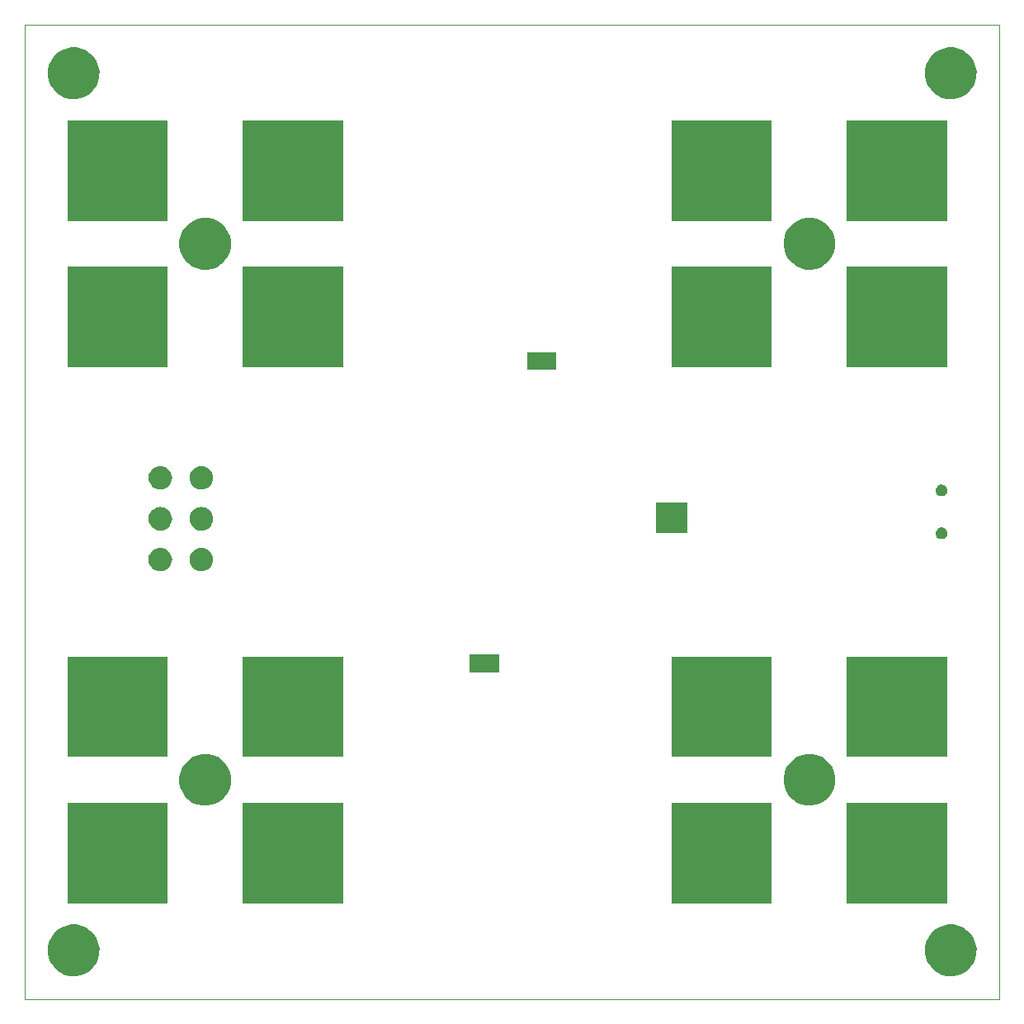
<source format=gbs>
G04 (created by PCBNEW (2013-mar-13)-testing) date Sun 16 Jun 2013 07:41:46 AM ICT*
%MOIN*%
G04 Gerber Fmt 3.4, Leading zero omitted, Abs format*
%FSLAX34Y34*%
G01*
G70*
G90*
G04 APERTURE LIST*
%ADD10C,0.00393701*%
G04 APERTURE END LIST*
G54D10*
X38779Y-61023D02*
X78149Y-61023D01*
X78149Y-61023D02*
X78149Y-21653D01*
X78149Y-21653D02*
X38779Y-21653D01*
X38779Y-21653D02*
X38779Y-61023D01*
G36*
X41792Y-23521D02*
X41789Y-23752D01*
X41743Y-23954D01*
X41661Y-24139D01*
X41541Y-24308D01*
X41395Y-24448D01*
X41219Y-24559D01*
X41031Y-24632D01*
X40827Y-24668D01*
X40625Y-24664D01*
X40422Y-24619D01*
X40237Y-24538D01*
X40066Y-24420D01*
X39926Y-24275D01*
X39813Y-24100D01*
X39739Y-23912D01*
X39702Y-23708D01*
X39704Y-23506D01*
X39748Y-23303D01*
X39827Y-23117D01*
X39945Y-22946D01*
X40089Y-22805D01*
X40263Y-22691D01*
X40450Y-22615D01*
X40654Y-22576D01*
X40855Y-22578D01*
X41060Y-22620D01*
X41245Y-22697D01*
X41418Y-22814D01*
X41560Y-22957D01*
X41675Y-23131D01*
X41752Y-23316D01*
X41792Y-23521D01*
X41792Y-23521D01*
G37*
G36*
X41792Y-58954D02*
X41789Y-59185D01*
X41743Y-59387D01*
X41661Y-59572D01*
X41541Y-59741D01*
X41395Y-59881D01*
X41219Y-59992D01*
X41031Y-60065D01*
X40827Y-60101D01*
X40625Y-60097D01*
X40422Y-60052D01*
X40237Y-59971D01*
X40066Y-59853D01*
X39926Y-59708D01*
X39813Y-59533D01*
X39739Y-59345D01*
X39702Y-59141D01*
X39704Y-58939D01*
X39748Y-58736D01*
X39827Y-58551D01*
X39945Y-58379D01*
X40089Y-58238D01*
X40263Y-58124D01*
X40450Y-58048D01*
X40654Y-58009D01*
X40855Y-58011D01*
X41060Y-58053D01*
X41245Y-58131D01*
X41418Y-58247D01*
X41560Y-58390D01*
X41675Y-58564D01*
X41752Y-58749D01*
X41792Y-58954D01*
X41792Y-58954D01*
G37*
G36*
X44547Y-29586D02*
X40491Y-29586D01*
X40491Y-25531D01*
X44547Y-25531D01*
X44547Y-29586D01*
X44547Y-29586D01*
G37*
G36*
X44547Y-35492D02*
X40491Y-35492D01*
X40491Y-31436D01*
X44547Y-31436D01*
X44547Y-35492D01*
X44547Y-35492D01*
G37*
G36*
X44547Y-51240D02*
X40491Y-51240D01*
X40491Y-47184D01*
X44547Y-47184D01*
X44547Y-51240D01*
X44547Y-51240D01*
G37*
G36*
X44547Y-57146D02*
X40491Y-57146D01*
X40491Y-53090D01*
X44547Y-53090D01*
X44547Y-57146D01*
X44547Y-57146D01*
G37*
G36*
X44726Y-39962D02*
X44726Y-39966D01*
X44725Y-39969D01*
X44725Y-39970D01*
X44715Y-40061D01*
X44715Y-40061D01*
X44715Y-40062D01*
X44687Y-40149D01*
X44642Y-40230D01*
X44583Y-40301D01*
X44511Y-40359D01*
X44430Y-40402D01*
X44341Y-40428D01*
X44249Y-40436D01*
X44157Y-40426D01*
X44069Y-40399D01*
X43988Y-40355D01*
X43917Y-40296D01*
X43858Y-40225D01*
X43815Y-40143D01*
X43788Y-40055D01*
X43779Y-39959D01*
X43779Y-39955D01*
X43779Y-39952D01*
X43779Y-39952D01*
X43790Y-39860D01*
X43790Y-39860D01*
X43790Y-39860D01*
X43817Y-39772D01*
X43862Y-39691D01*
X43921Y-39620D01*
X43993Y-39562D01*
X44075Y-39520D01*
X44164Y-39494D01*
X44255Y-39485D01*
X44347Y-39495D01*
X44435Y-39522D01*
X44517Y-39566D01*
X44588Y-39625D01*
X44646Y-39697D01*
X44690Y-39778D01*
X44716Y-39866D01*
X44726Y-39962D01*
X44726Y-39962D01*
G37*
G36*
X44726Y-41615D02*
X44726Y-41619D01*
X44725Y-41622D01*
X44725Y-41623D01*
X44715Y-41714D01*
X44715Y-41714D01*
X44715Y-41715D01*
X44687Y-41802D01*
X44642Y-41883D01*
X44583Y-41954D01*
X44511Y-42012D01*
X44430Y-42055D01*
X44341Y-42081D01*
X44249Y-42089D01*
X44157Y-42079D01*
X44069Y-42052D01*
X43988Y-42008D01*
X43917Y-41949D01*
X43858Y-41878D01*
X43815Y-41796D01*
X43788Y-41708D01*
X43779Y-41612D01*
X43779Y-41608D01*
X43779Y-41605D01*
X43779Y-41605D01*
X43790Y-41513D01*
X43790Y-41513D01*
X43790Y-41513D01*
X43817Y-41425D01*
X43862Y-41344D01*
X43921Y-41273D01*
X43993Y-41215D01*
X44075Y-41173D01*
X44164Y-41147D01*
X44255Y-41138D01*
X44347Y-41148D01*
X44435Y-41175D01*
X44517Y-41219D01*
X44588Y-41278D01*
X44646Y-41350D01*
X44690Y-41431D01*
X44716Y-41519D01*
X44726Y-41615D01*
X44726Y-41615D01*
G37*
G36*
X44726Y-43268D02*
X44726Y-43272D01*
X44725Y-43275D01*
X44725Y-43276D01*
X44715Y-43367D01*
X44715Y-43367D01*
X44715Y-43368D01*
X44687Y-43455D01*
X44642Y-43536D01*
X44583Y-43607D01*
X44511Y-43665D01*
X44430Y-43708D01*
X44341Y-43734D01*
X44249Y-43742D01*
X44157Y-43732D01*
X44069Y-43705D01*
X43988Y-43661D01*
X43917Y-43602D01*
X43858Y-43531D01*
X43815Y-43449D01*
X43788Y-43361D01*
X43779Y-43265D01*
X43779Y-43261D01*
X43779Y-43258D01*
X43779Y-43258D01*
X43790Y-43166D01*
X43790Y-43166D01*
X43790Y-43166D01*
X43817Y-43078D01*
X43862Y-42997D01*
X43921Y-42926D01*
X43993Y-42868D01*
X44075Y-42826D01*
X44164Y-42800D01*
X44255Y-42791D01*
X44347Y-42801D01*
X44435Y-42828D01*
X44517Y-42872D01*
X44588Y-42931D01*
X44646Y-43003D01*
X44690Y-43084D01*
X44716Y-43172D01*
X44726Y-43268D01*
X44726Y-43268D01*
G37*
G36*
X46378Y-39962D02*
X46378Y-39966D01*
X46377Y-39969D01*
X46377Y-39970D01*
X46367Y-40061D01*
X46367Y-40061D01*
X46367Y-40062D01*
X46339Y-40149D01*
X46294Y-40230D01*
X46235Y-40301D01*
X46163Y-40359D01*
X46082Y-40402D01*
X45993Y-40428D01*
X45901Y-40436D01*
X45809Y-40426D01*
X45721Y-40399D01*
X45640Y-40355D01*
X45569Y-40296D01*
X45510Y-40225D01*
X45467Y-40143D01*
X45440Y-40055D01*
X45431Y-39959D01*
X45431Y-39955D01*
X45431Y-39952D01*
X45431Y-39952D01*
X45442Y-39860D01*
X45442Y-39860D01*
X45442Y-39860D01*
X45469Y-39772D01*
X45514Y-39691D01*
X45573Y-39620D01*
X45645Y-39562D01*
X45727Y-39520D01*
X45816Y-39494D01*
X45907Y-39485D01*
X45999Y-39495D01*
X46087Y-39522D01*
X46169Y-39566D01*
X46240Y-39625D01*
X46298Y-39697D01*
X46342Y-39778D01*
X46368Y-39866D01*
X46378Y-39962D01*
X46378Y-39962D01*
G37*
G36*
X46378Y-41615D02*
X46378Y-41619D01*
X46377Y-41622D01*
X46377Y-41623D01*
X46367Y-41714D01*
X46367Y-41714D01*
X46367Y-41715D01*
X46339Y-41802D01*
X46294Y-41883D01*
X46235Y-41954D01*
X46163Y-42012D01*
X46082Y-42055D01*
X45993Y-42081D01*
X45901Y-42089D01*
X45809Y-42079D01*
X45721Y-42052D01*
X45640Y-42008D01*
X45569Y-41949D01*
X45510Y-41878D01*
X45467Y-41796D01*
X45440Y-41708D01*
X45431Y-41612D01*
X45431Y-41608D01*
X45431Y-41605D01*
X45431Y-41605D01*
X45442Y-41513D01*
X45442Y-41513D01*
X45442Y-41513D01*
X45469Y-41425D01*
X45514Y-41344D01*
X45573Y-41273D01*
X45645Y-41215D01*
X45727Y-41173D01*
X45816Y-41147D01*
X45907Y-41138D01*
X45999Y-41148D01*
X46087Y-41175D01*
X46169Y-41219D01*
X46240Y-41278D01*
X46298Y-41350D01*
X46342Y-41431D01*
X46368Y-41519D01*
X46378Y-41615D01*
X46378Y-41615D01*
G37*
G36*
X46378Y-43268D02*
X46378Y-43272D01*
X46377Y-43275D01*
X46377Y-43276D01*
X46367Y-43367D01*
X46367Y-43367D01*
X46367Y-43368D01*
X46339Y-43455D01*
X46294Y-43536D01*
X46235Y-43607D01*
X46163Y-43665D01*
X46082Y-43708D01*
X45993Y-43734D01*
X45901Y-43742D01*
X45809Y-43732D01*
X45721Y-43705D01*
X45640Y-43661D01*
X45569Y-43602D01*
X45510Y-43531D01*
X45467Y-43449D01*
X45440Y-43361D01*
X45431Y-43265D01*
X45431Y-43261D01*
X45431Y-43258D01*
X45431Y-43258D01*
X45442Y-43166D01*
X45442Y-43166D01*
X45442Y-43166D01*
X45469Y-43078D01*
X45514Y-42997D01*
X45573Y-42926D01*
X45645Y-42868D01*
X45727Y-42826D01*
X45816Y-42800D01*
X45907Y-42791D01*
X45999Y-42801D01*
X46087Y-42828D01*
X46169Y-42872D01*
X46240Y-42931D01*
X46298Y-43003D01*
X46342Y-43084D01*
X46368Y-43172D01*
X46378Y-43268D01*
X46378Y-43268D01*
G37*
G36*
X47107Y-30410D02*
X47104Y-30641D01*
X47058Y-30844D01*
X46976Y-31028D01*
X46856Y-31198D01*
X46710Y-31337D01*
X46534Y-31449D01*
X46346Y-31522D01*
X46141Y-31558D01*
X45940Y-31554D01*
X45737Y-31509D01*
X45552Y-31428D01*
X45381Y-31309D01*
X45241Y-31164D01*
X45128Y-30990D01*
X45054Y-30802D01*
X45017Y-30597D01*
X45019Y-30396D01*
X45063Y-30192D01*
X45142Y-30007D01*
X45260Y-29835D01*
X45404Y-29695D01*
X45578Y-29580D01*
X45764Y-29505D01*
X45969Y-29466D01*
X46170Y-29467D01*
X46375Y-29509D01*
X46560Y-29587D01*
X46733Y-29704D01*
X46875Y-29847D01*
X46990Y-30020D01*
X47067Y-30206D01*
X47107Y-30410D01*
X47107Y-30410D01*
G37*
G36*
X47107Y-52064D02*
X47104Y-52295D01*
X47058Y-52497D01*
X46976Y-52682D01*
X46856Y-52852D01*
X46710Y-52991D01*
X46534Y-53102D01*
X46346Y-53175D01*
X46141Y-53211D01*
X45940Y-53207D01*
X45737Y-53162D01*
X45552Y-53082D01*
X45381Y-52963D01*
X45241Y-52818D01*
X45128Y-52643D01*
X45054Y-52456D01*
X45017Y-52251D01*
X45019Y-52050D01*
X45063Y-51846D01*
X45142Y-51661D01*
X45260Y-51489D01*
X45404Y-51348D01*
X45578Y-51234D01*
X45764Y-51159D01*
X45969Y-51120D01*
X46170Y-51121D01*
X46375Y-51163D01*
X46560Y-51241D01*
X46733Y-51357D01*
X46875Y-51500D01*
X46990Y-51674D01*
X47067Y-51860D01*
X47107Y-52064D01*
X47107Y-52064D01*
G37*
G36*
X51634Y-29586D02*
X47578Y-29586D01*
X47578Y-25531D01*
X51634Y-25531D01*
X51634Y-29586D01*
X51634Y-29586D01*
G37*
G36*
X51634Y-35492D02*
X47578Y-35492D01*
X47578Y-31436D01*
X51634Y-31436D01*
X51634Y-35492D01*
X51634Y-35492D01*
G37*
G36*
X51634Y-51240D02*
X47578Y-51240D01*
X47578Y-47184D01*
X51634Y-47184D01*
X51634Y-51240D01*
X51634Y-51240D01*
G37*
G36*
X51634Y-57146D02*
X47578Y-57146D01*
X47578Y-53090D01*
X51634Y-53090D01*
X51634Y-57146D01*
X51634Y-57146D01*
G37*
G36*
X57933Y-47835D02*
X56751Y-47835D01*
X56751Y-47105D01*
X57933Y-47105D01*
X57933Y-47835D01*
X57933Y-47835D01*
G37*
G36*
X60256Y-35610D02*
X59074Y-35610D01*
X59074Y-34881D01*
X60256Y-34881D01*
X60256Y-35610D01*
X60256Y-35610D01*
G37*
G36*
X65551Y-42205D02*
X64570Y-42205D01*
X64563Y-42205D01*
X64290Y-42205D01*
X64290Y-40964D01*
X65551Y-40964D01*
X65551Y-42205D01*
X65551Y-42205D01*
G37*
G36*
X68957Y-29586D02*
X64901Y-29586D01*
X64901Y-25531D01*
X68957Y-25531D01*
X68957Y-29586D01*
X68957Y-29586D01*
G37*
G36*
X68957Y-35492D02*
X64901Y-35492D01*
X64901Y-31436D01*
X68957Y-31436D01*
X68957Y-35492D01*
X68957Y-35492D01*
G37*
G36*
X68957Y-51240D02*
X64901Y-51240D01*
X64901Y-47184D01*
X68957Y-47184D01*
X68957Y-51240D01*
X68957Y-51240D01*
G37*
G36*
X68957Y-57146D02*
X64901Y-57146D01*
X64901Y-53090D01*
X68957Y-53090D01*
X68957Y-57146D01*
X68957Y-57146D01*
G37*
G36*
X71517Y-30410D02*
X71513Y-30641D01*
X71467Y-30844D01*
X71385Y-31028D01*
X71265Y-31198D01*
X71119Y-31337D01*
X70944Y-31449D01*
X70756Y-31522D01*
X70551Y-31558D01*
X70349Y-31554D01*
X70146Y-31509D01*
X69961Y-31428D01*
X69791Y-31309D01*
X69650Y-31164D01*
X69538Y-30990D01*
X69464Y-30802D01*
X69426Y-30597D01*
X69429Y-30396D01*
X69472Y-30192D01*
X69551Y-30007D01*
X69669Y-29835D01*
X69813Y-29695D01*
X69987Y-29580D01*
X70174Y-29505D01*
X70379Y-29466D01*
X70580Y-29467D01*
X70784Y-29509D01*
X70969Y-29587D01*
X71142Y-29704D01*
X71284Y-29847D01*
X71399Y-30020D01*
X71476Y-30206D01*
X71517Y-30410D01*
X71517Y-30410D01*
G37*
G36*
X71517Y-52064D02*
X71513Y-52295D01*
X71467Y-52497D01*
X71385Y-52682D01*
X71265Y-52852D01*
X71119Y-52991D01*
X70944Y-53102D01*
X70756Y-53175D01*
X70551Y-53211D01*
X70349Y-53207D01*
X70146Y-53162D01*
X69961Y-53082D01*
X69791Y-52963D01*
X69650Y-52818D01*
X69538Y-52643D01*
X69464Y-52456D01*
X69426Y-52251D01*
X69429Y-52050D01*
X69472Y-51846D01*
X69551Y-51661D01*
X69669Y-51489D01*
X69813Y-51348D01*
X69987Y-51234D01*
X70174Y-51159D01*
X70379Y-51120D01*
X70580Y-51121D01*
X70784Y-51163D01*
X70969Y-51241D01*
X71142Y-51357D01*
X71284Y-51500D01*
X71399Y-51674D01*
X71476Y-51860D01*
X71517Y-52064D01*
X71517Y-52064D01*
G37*
G36*
X76043Y-29586D02*
X71987Y-29586D01*
X71987Y-25531D01*
X76043Y-25531D01*
X76043Y-29586D01*
X76043Y-29586D01*
G37*
G36*
X76043Y-35492D02*
X71987Y-35492D01*
X71987Y-31436D01*
X76043Y-31436D01*
X76043Y-35492D01*
X76043Y-35492D01*
G37*
G36*
X76043Y-51240D02*
X71987Y-51240D01*
X71987Y-47184D01*
X76043Y-47184D01*
X76043Y-51240D01*
X76043Y-51240D01*
G37*
G36*
X76043Y-57146D02*
X71987Y-57146D01*
X71987Y-53090D01*
X76043Y-53090D01*
X76043Y-57146D01*
X76043Y-57146D01*
G37*
G36*
X76045Y-40450D02*
X76044Y-40501D01*
X76033Y-40549D01*
X76015Y-40589D01*
X75987Y-40629D01*
X75955Y-40659D01*
X75913Y-40685D01*
X75873Y-40701D01*
X75824Y-40710D01*
X75781Y-40709D01*
X75732Y-40698D01*
X75692Y-40681D01*
X75652Y-40653D01*
X75622Y-40621D01*
X75595Y-40580D01*
X75579Y-40539D01*
X75570Y-40490D01*
X75570Y-40447D01*
X75581Y-40398D01*
X75598Y-40359D01*
X75626Y-40318D01*
X75657Y-40287D01*
X75698Y-40260D01*
X75738Y-40244D01*
X75787Y-40235D01*
X75830Y-40235D01*
X75880Y-40245D01*
X75919Y-40262D01*
X75961Y-40290D01*
X75991Y-40320D01*
X76019Y-40362D01*
X76035Y-40401D01*
X76045Y-40450D01*
X76045Y-40450D01*
G37*
G36*
X76045Y-42182D02*
X76044Y-42233D01*
X76033Y-42281D01*
X76015Y-42321D01*
X75987Y-42361D01*
X75955Y-42391D01*
X75913Y-42417D01*
X75873Y-42433D01*
X75824Y-42442D01*
X75781Y-42441D01*
X75732Y-42430D01*
X75692Y-42413D01*
X75652Y-42385D01*
X75622Y-42353D01*
X75595Y-42312D01*
X75579Y-42271D01*
X75570Y-42222D01*
X75570Y-42179D01*
X75581Y-42130D01*
X75598Y-42091D01*
X75626Y-42050D01*
X75657Y-42019D01*
X75698Y-41992D01*
X75738Y-41976D01*
X75787Y-41967D01*
X75830Y-41967D01*
X75880Y-41977D01*
X75919Y-41994D01*
X75961Y-42022D01*
X75991Y-42052D01*
X76019Y-42094D01*
X76035Y-42133D01*
X76045Y-42182D01*
X76045Y-42182D01*
G37*
G36*
X77225Y-23521D02*
X77222Y-23752D01*
X77176Y-23954D01*
X77094Y-24139D01*
X76974Y-24308D01*
X76828Y-24448D01*
X76652Y-24559D01*
X76464Y-24632D01*
X76260Y-24668D01*
X76058Y-24664D01*
X75855Y-24619D01*
X75670Y-24538D01*
X75499Y-24420D01*
X75359Y-24275D01*
X75246Y-24100D01*
X75172Y-23912D01*
X75135Y-23708D01*
X75137Y-23506D01*
X75181Y-23303D01*
X75260Y-23117D01*
X75378Y-22946D01*
X75522Y-22805D01*
X75696Y-22691D01*
X75883Y-22615D01*
X76087Y-22576D01*
X76289Y-22578D01*
X76493Y-22620D01*
X76678Y-22697D01*
X76851Y-22814D01*
X76993Y-22957D01*
X77108Y-23131D01*
X77185Y-23316D01*
X77225Y-23521D01*
X77225Y-23521D01*
G37*
G36*
X77225Y-58954D02*
X77222Y-59185D01*
X77176Y-59387D01*
X77094Y-59572D01*
X76974Y-59741D01*
X76828Y-59881D01*
X76652Y-59992D01*
X76464Y-60065D01*
X76260Y-60101D01*
X76058Y-60097D01*
X75855Y-60052D01*
X75670Y-59971D01*
X75499Y-59853D01*
X75359Y-59708D01*
X75246Y-59533D01*
X75172Y-59345D01*
X75135Y-59141D01*
X75137Y-58939D01*
X75181Y-58736D01*
X75260Y-58551D01*
X75378Y-58379D01*
X75522Y-58238D01*
X75696Y-58124D01*
X75883Y-58048D01*
X76087Y-58009D01*
X76289Y-58011D01*
X76493Y-58053D01*
X76678Y-58131D01*
X76851Y-58247D01*
X76993Y-58390D01*
X77108Y-58564D01*
X77185Y-58749D01*
X77225Y-58954D01*
X77225Y-58954D01*
G37*
M02*

</source>
